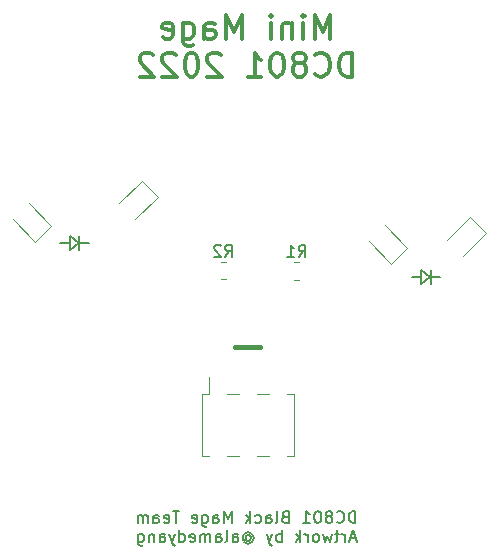
<source format=gbr>
%TF.GenerationSoftware,KiCad,Pcbnew,(6.0.5)*%
%TF.CreationDate,2022-09-12T01:39:42-06:00*%
%TF.ProjectId,MiniMageSpells,4d696e69-4d61-4676-9553-70656c6c732e,1.0*%
%TF.SameCoordinates,PX6e486c0PY7ba4d50*%
%TF.FileFunction,Legend,Bot*%
%TF.FilePolarity,Positive*%
%FSLAX46Y46*%
G04 Gerber Fmt 4.6, Leading zero omitted, Abs format (unit mm)*
G04 Created by KiCad (PCBNEW (6.0.5)) date 2022-09-12 01:39:42*
%MOMM*%
%LPD*%
G01*
G04 APERTURE LIST*
%ADD10C,0.400000*%
%ADD11C,0.150000*%
%ADD12C,0.300000*%
%ADD13C,0.120000*%
G04 APERTURE END LIST*
D10*
X19730000Y22270000D02*
X17590000Y22270000D01*
D11*
X33335000Y28205000D02*
X32545000Y28205000D01*
X4394562Y31060380D02*
X3634562Y30500380D01*
X34165000Y28765000D02*
X34165000Y27605000D01*
X33375000Y28755000D02*
X33385000Y27625000D01*
X3624562Y31630380D02*
X4394562Y31060380D01*
X4414562Y31640380D02*
X4414562Y30480380D01*
X34145000Y28215000D02*
X34975000Y28215000D01*
X4394562Y31090380D02*
X5224562Y31090380D01*
X3624562Y31630380D02*
X3634562Y30500380D01*
X34145000Y28185000D02*
X33385000Y27625000D01*
X33375000Y28755000D02*
X34145000Y28185000D01*
X3584562Y31080380D02*
X2794562Y31080380D01*
X27788847Y7373000D02*
X27788847Y8373000D01*
X27550752Y8373000D01*
X27407895Y8325380D01*
X27312657Y8230142D01*
X27265038Y8134904D01*
X27217419Y7944428D01*
X27217419Y7801571D01*
X27265038Y7611095D01*
X27312657Y7515857D01*
X27407895Y7420619D01*
X27550752Y7373000D01*
X27788847Y7373000D01*
X26217419Y7468238D02*
X26265038Y7420619D01*
X26407895Y7373000D01*
X26503133Y7373000D01*
X26645990Y7420619D01*
X26741228Y7515857D01*
X26788847Y7611095D01*
X26836466Y7801571D01*
X26836466Y7944428D01*
X26788847Y8134904D01*
X26741228Y8230142D01*
X26645990Y8325380D01*
X26503133Y8373000D01*
X26407895Y8373000D01*
X26265038Y8325380D01*
X26217419Y8277761D01*
X25645990Y7944428D02*
X25741228Y7992047D01*
X25788847Y8039666D01*
X25836466Y8134904D01*
X25836466Y8182523D01*
X25788847Y8277761D01*
X25741228Y8325380D01*
X25645990Y8373000D01*
X25455514Y8373000D01*
X25360276Y8325380D01*
X25312657Y8277761D01*
X25265038Y8182523D01*
X25265038Y8134904D01*
X25312657Y8039666D01*
X25360276Y7992047D01*
X25455514Y7944428D01*
X25645990Y7944428D01*
X25741228Y7896809D01*
X25788847Y7849190D01*
X25836466Y7753952D01*
X25836466Y7563476D01*
X25788847Y7468238D01*
X25741228Y7420619D01*
X25645990Y7373000D01*
X25455514Y7373000D01*
X25360276Y7420619D01*
X25312657Y7468238D01*
X25265038Y7563476D01*
X25265038Y7753952D01*
X25312657Y7849190D01*
X25360276Y7896809D01*
X25455514Y7944428D01*
X24645990Y8373000D02*
X24550752Y8373000D01*
X24455514Y8325380D01*
X24407895Y8277761D01*
X24360276Y8182523D01*
X24312657Y7992047D01*
X24312657Y7753952D01*
X24360276Y7563476D01*
X24407895Y7468238D01*
X24455514Y7420619D01*
X24550752Y7373000D01*
X24645990Y7373000D01*
X24741228Y7420619D01*
X24788847Y7468238D01*
X24836466Y7563476D01*
X24884085Y7753952D01*
X24884085Y7992047D01*
X24836466Y8182523D01*
X24788847Y8277761D01*
X24741228Y8325380D01*
X24645990Y8373000D01*
X23360276Y7373000D02*
X23931704Y7373000D01*
X23645990Y7373000D02*
X23645990Y8373000D01*
X23741228Y8230142D01*
X23836466Y8134904D01*
X23931704Y8087285D01*
X21836466Y7896809D02*
X21693609Y7849190D01*
X21645990Y7801571D01*
X21598371Y7706333D01*
X21598371Y7563476D01*
X21645990Y7468238D01*
X21693609Y7420619D01*
X21788847Y7373000D01*
X22169800Y7373000D01*
X22169800Y8373000D01*
X21836466Y8373000D01*
X21741228Y8325380D01*
X21693609Y8277761D01*
X21645990Y8182523D01*
X21645990Y8087285D01*
X21693609Y7992047D01*
X21741228Y7944428D01*
X21836466Y7896809D01*
X22169800Y7896809D01*
X21026942Y7373000D02*
X21122181Y7420619D01*
X21169800Y7515857D01*
X21169800Y8373000D01*
X20217419Y7373000D02*
X20217419Y7896809D01*
X20265038Y7992047D01*
X20360276Y8039666D01*
X20550752Y8039666D01*
X20645990Y7992047D01*
X20217419Y7420619D02*
X20312657Y7373000D01*
X20550752Y7373000D01*
X20645990Y7420619D01*
X20693609Y7515857D01*
X20693609Y7611095D01*
X20645990Y7706333D01*
X20550752Y7753952D01*
X20312657Y7753952D01*
X20217419Y7801571D01*
X19312657Y7420619D02*
X19407895Y7373000D01*
X19598371Y7373000D01*
X19693609Y7420619D01*
X19741228Y7468238D01*
X19788847Y7563476D01*
X19788847Y7849190D01*
X19741228Y7944428D01*
X19693609Y7992047D01*
X19598371Y8039666D01*
X19407895Y8039666D01*
X19312657Y7992047D01*
X18884085Y7373000D02*
X18884085Y8373000D01*
X18788847Y7753952D02*
X18503133Y7373000D01*
X18503133Y8039666D02*
X18884085Y7658714D01*
X17312657Y7373000D02*
X17312657Y8373000D01*
X16979323Y7658714D01*
X16645990Y8373000D01*
X16645990Y7373000D01*
X15741228Y7373000D02*
X15741228Y7896809D01*
X15788847Y7992047D01*
X15884085Y8039666D01*
X16074562Y8039666D01*
X16169800Y7992047D01*
X15741228Y7420619D02*
X15836466Y7373000D01*
X16074562Y7373000D01*
X16169800Y7420619D01*
X16217419Y7515857D01*
X16217419Y7611095D01*
X16169800Y7706333D01*
X16074562Y7753952D01*
X15836466Y7753952D01*
X15741228Y7801571D01*
X14836466Y8039666D02*
X14836466Y7230142D01*
X14884085Y7134904D01*
X14931704Y7087285D01*
X15026942Y7039666D01*
X15169800Y7039666D01*
X15265038Y7087285D01*
X14836466Y7420619D02*
X14931704Y7373000D01*
X15122181Y7373000D01*
X15217419Y7420619D01*
X15265038Y7468238D01*
X15312657Y7563476D01*
X15312657Y7849190D01*
X15265038Y7944428D01*
X15217419Y7992047D01*
X15122181Y8039666D01*
X14931704Y8039666D01*
X14836466Y7992047D01*
X13979323Y7420619D02*
X14074562Y7373000D01*
X14265038Y7373000D01*
X14360276Y7420619D01*
X14407895Y7515857D01*
X14407895Y7896809D01*
X14360276Y7992047D01*
X14265038Y8039666D01*
X14074562Y8039666D01*
X13979323Y7992047D01*
X13931704Y7896809D01*
X13931704Y7801571D01*
X14407895Y7706333D01*
X12884085Y8373000D02*
X12312657Y8373000D01*
X12598371Y7373000D02*
X12598371Y8373000D01*
X11598371Y7420619D02*
X11693609Y7373000D01*
X11884085Y7373000D01*
X11979323Y7420619D01*
X12026942Y7515857D01*
X12026942Y7896809D01*
X11979323Y7992047D01*
X11884085Y8039666D01*
X11693609Y8039666D01*
X11598371Y7992047D01*
X11550752Y7896809D01*
X11550752Y7801571D01*
X12026942Y7706333D01*
X10693609Y7373000D02*
X10693609Y7896809D01*
X10741228Y7992047D01*
X10836466Y8039666D01*
X11026942Y8039666D01*
X11122181Y7992047D01*
X10693609Y7420619D02*
X10788847Y7373000D01*
X11026942Y7373000D01*
X11122181Y7420619D01*
X11169800Y7515857D01*
X11169800Y7611095D01*
X11122181Y7706333D01*
X11026942Y7753952D01*
X10788847Y7753952D01*
X10693609Y7801571D01*
X10217419Y7373000D02*
X10217419Y8039666D01*
X10217419Y7944428D02*
X10169800Y7992047D01*
X10074562Y8039666D01*
X9931704Y8039666D01*
X9836466Y7992047D01*
X9788847Y7896809D01*
X9788847Y7373000D01*
X9788847Y7896809D02*
X9741228Y7992047D01*
X9645990Y8039666D01*
X9503133Y8039666D01*
X9407895Y7992047D01*
X9360276Y7896809D01*
X9360276Y7373000D01*
X27788847Y6048714D02*
X27312657Y6048714D01*
X27884085Y5763000D02*
X27550752Y6763000D01*
X27217419Y5763000D01*
X26884085Y5763000D02*
X26884085Y6429666D01*
X26884085Y6239190D02*
X26836466Y6334428D01*
X26788847Y6382047D01*
X26693609Y6429666D01*
X26598371Y6429666D01*
X26407895Y6429666D02*
X26026942Y6429666D01*
X26265038Y6763000D02*
X26265038Y5905857D01*
X26217419Y5810619D01*
X26122181Y5763000D01*
X26026942Y5763000D01*
X25788847Y6429666D02*
X25598371Y5763000D01*
X25407895Y6239190D01*
X25217419Y5763000D01*
X25026942Y6429666D01*
X24503133Y5763000D02*
X24598371Y5810619D01*
X24645990Y5858238D01*
X24693609Y5953476D01*
X24693609Y6239190D01*
X24645990Y6334428D01*
X24598371Y6382047D01*
X24503133Y6429666D01*
X24360276Y6429666D01*
X24265038Y6382047D01*
X24217419Y6334428D01*
X24169800Y6239190D01*
X24169800Y5953476D01*
X24217419Y5858238D01*
X24265038Y5810619D01*
X24360276Y5763000D01*
X24503133Y5763000D01*
X23741228Y5763000D02*
X23741228Y6429666D01*
X23741228Y6239190D02*
X23693609Y6334428D01*
X23645990Y6382047D01*
X23550752Y6429666D01*
X23455514Y6429666D01*
X23122181Y5763000D02*
X23122181Y6763000D01*
X23026942Y6143952D02*
X22741228Y5763000D01*
X22741228Y6429666D02*
X23122181Y6048714D01*
X21550752Y5763000D02*
X21550752Y6763000D01*
X21550752Y6382047D02*
X21455514Y6429666D01*
X21265038Y6429666D01*
X21169800Y6382047D01*
X21122181Y6334428D01*
X21074562Y6239190D01*
X21074562Y5953476D01*
X21122181Y5858238D01*
X21169800Y5810619D01*
X21265038Y5763000D01*
X21455514Y5763000D01*
X21550752Y5810619D01*
X20741228Y6429666D02*
X20503133Y5763000D01*
X20265038Y6429666D02*
X20503133Y5763000D01*
X20598371Y5524904D01*
X20645990Y5477285D01*
X20741228Y5429666D01*
X18503133Y6239190D02*
X18550752Y6286809D01*
X18645990Y6334428D01*
X18741228Y6334428D01*
X18836466Y6286809D01*
X18884085Y6239190D01*
X18931704Y6143952D01*
X18931704Y6048714D01*
X18884085Y5953476D01*
X18836466Y5905857D01*
X18741228Y5858238D01*
X18645990Y5858238D01*
X18550752Y5905857D01*
X18503133Y5953476D01*
X18503133Y6334428D02*
X18503133Y5953476D01*
X18455514Y5905857D01*
X18407895Y5905857D01*
X18312657Y5953476D01*
X18265038Y6048714D01*
X18265038Y6286809D01*
X18360276Y6429666D01*
X18503133Y6524904D01*
X18693609Y6572523D01*
X18884085Y6524904D01*
X19026942Y6429666D01*
X19122181Y6286809D01*
X19169800Y6096333D01*
X19122181Y5905857D01*
X19026942Y5763000D01*
X18884085Y5667761D01*
X18693609Y5620142D01*
X18503133Y5667761D01*
X18360276Y5763000D01*
X17407895Y5763000D02*
X17407895Y6286809D01*
X17455514Y6382047D01*
X17550752Y6429666D01*
X17741228Y6429666D01*
X17836466Y6382047D01*
X17407895Y5810619D02*
X17503133Y5763000D01*
X17741228Y5763000D01*
X17836466Y5810619D01*
X17884085Y5905857D01*
X17884085Y6001095D01*
X17836466Y6096333D01*
X17741228Y6143952D01*
X17503133Y6143952D01*
X17407895Y6191571D01*
X16788847Y5763000D02*
X16884085Y5810619D01*
X16931704Y5905857D01*
X16931704Y6763000D01*
X15979323Y5763000D02*
X15979323Y6286809D01*
X16026942Y6382047D01*
X16122181Y6429666D01*
X16312657Y6429666D01*
X16407895Y6382047D01*
X15979323Y5810619D02*
X16074562Y5763000D01*
X16312657Y5763000D01*
X16407895Y5810619D01*
X16455514Y5905857D01*
X16455514Y6001095D01*
X16407895Y6096333D01*
X16312657Y6143952D01*
X16074562Y6143952D01*
X15979323Y6191571D01*
X15503133Y5763000D02*
X15503133Y6429666D01*
X15503133Y6334428D02*
X15455514Y6382047D01*
X15360276Y6429666D01*
X15217419Y6429666D01*
X15122181Y6382047D01*
X15074562Y6286809D01*
X15074562Y5763000D01*
X15074562Y6286809D02*
X15026942Y6382047D01*
X14931704Y6429666D01*
X14788847Y6429666D01*
X14693609Y6382047D01*
X14645990Y6286809D01*
X14645990Y5763000D01*
X13788847Y5810619D02*
X13884085Y5763000D01*
X14074562Y5763000D01*
X14169800Y5810619D01*
X14217419Y5905857D01*
X14217419Y6286809D01*
X14169800Y6382047D01*
X14074562Y6429666D01*
X13884085Y6429666D01*
X13788847Y6382047D01*
X13741228Y6286809D01*
X13741228Y6191571D01*
X14217419Y6096333D01*
X12884085Y5763000D02*
X12884085Y6763000D01*
X12884085Y5810619D02*
X12979323Y5763000D01*
X13169800Y5763000D01*
X13265038Y5810619D01*
X13312657Y5858238D01*
X13360276Y5953476D01*
X13360276Y6239190D01*
X13312657Y6334428D01*
X13265038Y6382047D01*
X13169800Y6429666D01*
X12979323Y6429666D01*
X12884085Y6382047D01*
X12503133Y6429666D02*
X12265038Y5763000D01*
X12026942Y6429666D02*
X12265038Y5763000D01*
X12360276Y5524904D01*
X12407895Y5477285D01*
X12503133Y5429666D01*
X11217419Y5763000D02*
X11217419Y6286809D01*
X11265038Y6382047D01*
X11360276Y6429666D01*
X11550752Y6429666D01*
X11645990Y6382047D01*
X11217419Y5810619D02*
X11312657Y5763000D01*
X11550752Y5763000D01*
X11645990Y5810619D01*
X11693609Y5905857D01*
X11693609Y6001095D01*
X11645990Y6096333D01*
X11550752Y6143952D01*
X11312657Y6143952D01*
X11217419Y6191571D01*
X10741228Y6429666D02*
X10741228Y5763000D01*
X10741228Y6334428D02*
X10693609Y6382047D01*
X10598371Y6429666D01*
X10455514Y6429666D01*
X10360276Y6382047D01*
X10312657Y6286809D01*
X10312657Y5763000D01*
X9407895Y6429666D02*
X9407895Y5620142D01*
X9455514Y5524904D01*
X9503133Y5477285D01*
X9598371Y5429666D01*
X9741228Y5429666D01*
X9836466Y5477285D01*
X9407895Y5810619D02*
X9503133Y5763000D01*
X9693609Y5763000D01*
X9788847Y5810619D01*
X9836466Y5858238D01*
X9884085Y5953476D01*
X9884085Y6239190D01*
X9836466Y6334428D01*
X9788847Y6382047D01*
X9693609Y6429666D01*
X9503133Y6429666D01*
X9407895Y6382047D01*
D12*
X25679800Y48375619D02*
X25679800Y50375619D01*
X25013133Y48947047D01*
X24346466Y50375619D01*
X24346466Y48375619D01*
X23394085Y48375619D02*
X23394085Y49708952D01*
X23394085Y50375619D02*
X23489323Y50280380D01*
X23394085Y50185142D01*
X23298847Y50280380D01*
X23394085Y50375619D01*
X23394085Y50185142D01*
X22441704Y49708952D02*
X22441704Y48375619D01*
X22441704Y49518476D02*
X22346466Y49613714D01*
X22155990Y49708952D01*
X21870276Y49708952D01*
X21679800Y49613714D01*
X21584562Y49423238D01*
X21584562Y48375619D01*
X20632181Y48375619D02*
X20632181Y49708952D01*
X20632181Y50375619D02*
X20727419Y50280380D01*
X20632181Y50185142D01*
X20536942Y50280380D01*
X20632181Y50375619D01*
X20632181Y50185142D01*
X18155990Y48375619D02*
X18155990Y50375619D01*
X17489323Y48947047D01*
X16822657Y50375619D01*
X16822657Y48375619D01*
X15013133Y48375619D02*
X15013133Y49423238D01*
X15108371Y49613714D01*
X15298847Y49708952D01*
X15679800Y49708952D01*
X15870276Y49613714D01*
X15013133Y48470857D02*
X15203609Y48375619D01*
X15679800Y48375619D01*
X15870276Y48470857D01*
X15965514Y48661333D01*
X15965514Y48851809D01*
X15870276Y49042285D01*
X15679800Y49137523D01*
X15203609Y49137523D01*
X15013133Y49232761D01*
X13203609Y49708952D02*
X13203609Y48089904D01*
X13298847Y47899428D01*
X13394085Y47804190D01*
X13584562Y47708952D01*
X13870276Y47708952D01*
X14060752Y47804190D01*
X13203609Y48470857D02*
X13394085Y48375619D01*
X13775038Y48375619D01*
X13965514Y48470857D01*
X14060752Y48566095D01*
X14155990Y48756571D01*
X14155990Y49328000D01*
X14060752Y49518476D01*
X13965514Y49613714D01*
X13775038Y49708952D01*
X13394085Y49708952D01*
X13203609Y49613714D01*
X11489323Y48470857D02*
X11679800Y48375619D01*
X12060752Y48375619D01*
X12251228Y48470857D01*
X12346466Y48661333D01*
X12346466Y49423238D01*
X12251228Y49613714D01*
X12060752Y49708952D01*
X11679800Y49708952D01*
X11489323Y49613714D01*
X11394085Y49423238D01*
X11394085Y49232761D01*
X12346466Y49042285D01*
X27536942Y45155619D02*
X27536942Y47155619D01*
X27060752Y47155619D01*
X26775038Y47060380D01*
X26584562Y46869904D01*
X26489323Y46679428D01*
X26394085Y46298476D01*
X26394085Y46012761D01*
X26489323Y45631809D01*
X26584562Y45441333D01*
X26775038Y45250857D01*
X27060752Y45155619D01*
X27536942Y45155619D01*
X24394085Y45346095D02*
X24489323Y45250857D01*
X24775038Y45155619D01*
X24965514Y45155619D01*
X25251228Y45250857D01*
X25441704Y45441333D01*
X25536942Y45631809D01*
X25632181Y46012761D01*
X25632181Y46298476D01*
X25536942Y46679428D01*
X25441704Y46869904D01*
X25251228Y47060380D01*
X24965514Y47155619D01*
X24775038Y47155619D01*
X24489323Y47060380D01*
X24394085Y46965142D01*
X23251228Y46298476D02*
X23441704Y46393714D01*
X23536942Y46488952D01*
X23632181Y46679428D01*
X23632181Y46774666D01*
X23536942Y46965142D01*
X23441704Y47060380D01*
X23251228Y47155619D01*
X22870276Y47155619D01*
X22679800Y47060380D01*
X22584562Y46965142D01*
X22489323Y46774666D01*
X22489323Y46679428D01*
X22584562Y46488952D01*
X22679800Y46393714D01*
X22870276Y46298476D01*
X23251228Y46298476D01*
X23441704Y46203238D01*
X23536942Y46108000D01*
X23632181Y45917523D01*
X23632181Y45536571D01*
X23536942Y45346095D01*
X23441704Y45250857D01*
X23251228Y45155619D01*
X22870276Y45155619D01*
X22679800Y45250857D01*
X22584562Y45346095D01*
X22489323Y45536571D01*
X22489323Y45917523D01*
X22584562Y46108000D01*
X22679800Y46203238D01*
X22870276Y46298476D01*
X21251228Y47155619D02*
X21060752Y47155619D01*
X20870276Y47060380D01*
X20775038Y46965142D01*
X20679800Y46774666D01*
X20584562Y46393714D01*
X20584562Y45917523D01*
X20679800Y45536571D01*
X20775038Y45346095D01*
X20870276Y45250857D01*
X21060752Y45155619D01*
X21251228Y45155619D01*
X21441704Y45250857D01*
X21536942Y45346095D01*
X21632181Y45536571D01*
X21727419Y45917523D01*
X21727419Y46393714D01*
X21632181Y46774666D01*
X21536942Y46965142D01*
X21441704Y47060380D01*
X21251228Y47155619D01*
X18679800Y45155619D02*
X19822657Y45155619D01*
X19251228Y45155619D02*
X19251228Y47155619D01*
X19441704Y46869904D01*
X19632181Y46679428D01*
X19822657Y46584190D01*
X16394085Y46965142D02*
X16298847Y47060380D01*
X16108371Y47155619D01*
X15632181Y47155619D01*
X15441704Y47060380D01*
X15346466Y46965142D01*
X15251228Y46774666D01*
X15251228Y46584190D01*
X15346466Y46298476D01*
X16489323Y45155619D01*
X15251228Y45155619D01*
X14013133Y47155619D02*
X13822657Y47155619D01*
X13632181Y47060380D01*
X13536942Y46965142D01*
X13441704Y46774666D01*
X13346466Y46393714D01*
X13346466Y45917523D01*
X13441704Y45536571D01*
X13536942Y45346095D01*
X13632181Y45250857D01*
X13822657Y45155619D01*
X14013133Y45155619D01*
X14203609Y45250857D01*
X14298847Y45346095D01*
X14394085Y45536571D01*
X14489323Y45917523D01*
X14489323Y46393714D01*
X14394085Y46774666D01*
X14298847Y46965142D01*
X14203609Y47060380D01*
X14013133Y47155619D01*
X12584562Y46965142D02*
X12489323Y47060380D01*
X12298847Y47155619D01*
X11822657Y47155619D01*
X11632181Y47060380D01*
X11536942Y46965142D01*
X11441704Y46774666D01*
X11441704Y46584190D01*
X11536942Y46298476D01*
X12679800Y45155619D01*
X11441704Y45155619D01*
X10679800Y46965142D02*
X10584562Y47060380D01*
X10394085Y47155619D01*
X9917895Y47155619D01*
X9727419Y47060380D01*
X9632181Y46965142D01*
X9536942Y46774666D01*
X9536942Y46584190D01*
X9632181Y46298476D01*
X10775038Y45155619D01*
X9536942Y45155619D01*
D11*
%TO.C,R2*%
X16766666Y29907620D02*
X17100000Y30383810D01*
X17338095Y29907620D02*
X17338095Y30907620D01*
X16957142Y30907620D01*
X16861904Y30860000D01*
X16814285Y30812381D01*
X16766666Y30717143D01*
X16766666Y30574286D01*
X16814285Y30479048D01*
X16861904Y30431429D01*
X16957142Y30383810D01*
X17338095Y30383810D01*
X16385714Y30812381D02*
X16338095Y30860000D01*
X16242857Y30907620D01*
X16004761Y30907620D01*
X15909523Y30860000D01*
X15861904Y30812381D01*
X15814285Y30717143D01*
X15814285Y30621905D01*
X15861904Y30479048D01*
X16433333Y29907620D01*
X15814285Y29907620D01*
%TO.C,R1*%
X22986666Y29897620D02*
X23320000Y30373810D01*
X23558095Y29897620D02*
X23558095Y30897620D01*
X23177142Y30897620D01*
X23081904Y30850000D01*
X23034285Y30802381D01*
X22986666Y30707143D01*
X22986666Y30564286D01*
X23034285Y30469048D01*
X23081904Y30421429D01*
X23177142Y30373810D01*
X23558095Y30373810D01*
X22034285Y29897620D02*
X22605714Y29897620D01*
X22320000Y29897620D02*
X22320000Y30897620D01*
X22415238Y30754762D01*
X22510476Y30659524D01*
X22605714Y30611905D01*
D13*
%TO.C,X1*%
X21984562Y18250380D02*
X22554562Y18250380D01*
X19444562Y18250380D02*
X20464562Y18250380D01*
X16904562Y13050380D02*
X17924562Y13050380D01*
X14814562Y13050380D02*
X15384562Y13050380D01*
X21984562Y13050380D02*
X22554562Y13050380D01*
X16904562Y18250380D02*
X17924562Y18250380D01*
X14814562Y18250380D02*
X15384562Y18250380D01*
X14814562Y18250380D02*
X14814562Y13050380D01*
X19444562Y13050380D02*
X20464562Y13050380D01*
X22554562Y18250380D02*
X22554562Y13050380D01*
X15384562Y19690380D02*
X15384562Y18250380D01*
%TO.C,D1*%
X30832652Y29309703D02*
X28934071Y31208284D01*
X30291716Y32565929D02*
X32190297Y30667348D01*
X32190297Y30667348D02*
X30832652Y29309703D01*
%TO.C,R2*%
X16827064Y29445000D02*
X16372936Y29445000D01*
X16827064Y27975000D02*
X16372936Y27975000D01*
%TO.C,D3*%
X121716Y34415929D02*
X2020297Y32517348D01*
X662652Y31159703D02*
X-1235929Y33058284D01*
X2020297Y32517348D02*
X662652Y31159703D01*
%TO.C,D2*%
X37459849Y33237494D02*
X38817494Y31879849D01*
X35561268Y31338913D02*
X37459849Y33237494D01*
X38817494Y31879849D02*
X36918913Y29981268D01*
%TO.C,R1*%
X22582936Y29425000D02*
X23037064Y29425000D01*
X22582936Y27955000D02*
X23037064Y27955000D01*
%TO.C,D4*%
X9702652Y36320297D02*
X11060297Y34962652D01*
X11060297Y34962652D02*
X9161716Y33064071D01*
X7804071Y34421716D02*
X9702652Y36320297D01*
%TD*%
M02*

</source>
